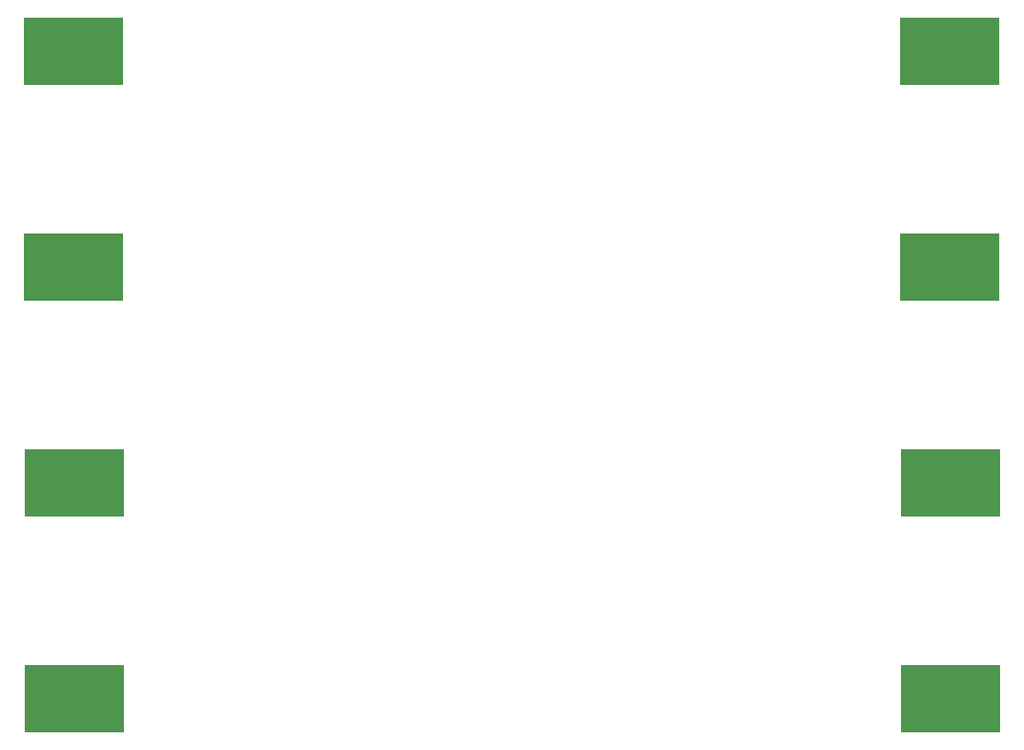
<source format=gbp>
%TF.GenerationSoftware,KiCad,Pcbnew,9.0.1*%
%TF.CreationDate,2025-04-05T20:39:17-07:00*%
%TF.ProjectId,batteryboard,62617474-6572-4796-926f-6172642e6b69,2.3*%
%TF.SameCoordinates,Original*%
%TF.FileFunction,Paste,Bot*%
%TF.FilePolarity,Positive*%
%FSLAX45Y45*%
G04 Gerber Fmt 4.5, Leading zero omitted, Abs format (unit mm)*
G04 Created by KiCad (PCBNEW 9.0.1) date 2025-04-05 20:39:17*
%MOMM*%
%LPD*%
G01*
G04 APERTURE LIST*
%ADD10R,9.467600X6.477000*%
G04 APERTURE END LIST*
D10*
%TO.C,J2*%
X5920740Y-8856980D03*
X14302740Y-8856980D03*
%TD*%
%TO.C,J1*%
X14305280Y-12984480D03*
X5923280Y-12984480D03*
%TD*%
%TO.C,J3*%
X14305280Y-10919460D03*
X5923280Y-10919460D03*
%TD*%
%TO.C,J4*%
X5920740Y-6791960D03*
X14302740Y-6791960D03*
%TD*%
M02*

</source>
